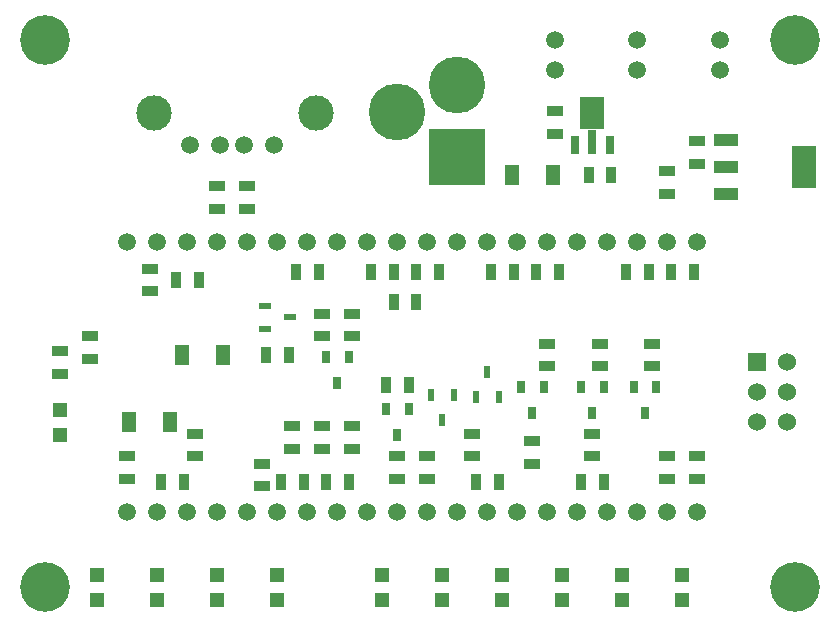
<source format=gts>
G04 (created by PCBNEW (2013-03-31 BZR 4008)-stable) date 15.09.2013 15:25:41*
%MOIN*%
G04 Gerber Fmt 3.4, Leading zero omitted, Abs format*
%FSLAX34Y34*%
G01*
G70*
G90*
G04 APERTURE LIST*
%ADD10C,0.006*%
%ADD11C,0.0591*%
%ADD12C,0.1181*%
%ADD13R,0.08X0.144*%
%ADD14R,0.08X0.04*%
%ADD15R,0.035X0.055*%
%ADD16R,0.055X0.035*%
%ADD17R,0.06X0.06*%
%ADD18C,0.06*%
%ADD19R,0.0472X0.0472*%
%ADD20C,0.189*%
%ADD21R,0.189X0.189*%
%ADD22R,0.0512X0.0669*%
%ADD23R,0.0276X0.063*%
%ADD24R,0.0276X0.0827*%
%ADD25R,0.0787X0.1083*%
%ADD26R,0.0315X0.0394*%
%ADD27R,0.0236X0.0394*%
%ADD28R,0.0394X0.0236*%
%ADD29C,0.0590551*%
%ADD30C,0.1654*%
G04 APERTURE END LIST*
G54D10*
G54D11*
X21600Y-10750D03*
X22600Y-10750D03*
X23400Y-10750D03*
X24400Y-10750D03*
G54D12*
X20400Y-9700D03*
X25800Y-9700D03*
G54D13*
X42050Y-11500D03*
G54D14*
X39450Y-11500D03*
X39450Y-12400D03*
X39450Y-10600D03*
G54D15*
X36125Y-15000D03*
X36875Y-15000D03*
G54D16*
X20250Y-15625D03*
X20250Y-14875D03*
X18250Y-17125D03*
X18250Y-17875D03*
X23500Y-12125D03*
X23500Y-12875D03*
X22500Y-12125D03*
X22500Y-12875D03*
X37500Y-11625D03*
X37500Y-12375D03*
X24000Y-21375D03*
X24000Y-22125D03*
G54D15*
X28375Y-15000D03*
X27625Y-15000D03*
G54D16*
X38500Y-10625D03*
X38500Y-11375D03*
X17250Y-17625D03*
X17250Y-18375D03*
X33750Y-9625D03*
X33750Y-10375D03*
G54D15*
X37625Y-15000D03*
X38375Y-15000D03*
X21125Y-15250D03*
X21875Y-15250D03*
X33125Y-15000D03*
X33875Y-15000D03*
X31625Y-15000D03*
X32375Y-15000D03*
X29125Y-15000D03*
X29875Y-15000D03*
G54D16*
X21750Y-20375D03*
X21750Y-21125D03*
G54D15*
X28375Y-16000D03*
X29125Y-16000D03*
G54D16*
X37500Y-21125D03*
X37500Y-21875D03*
G54D15*
X34625Y-22000D03*
X35375Y-22000D03*
X24875Y-17750D03*
X24125Y-17750D03*
X31875Y-22000D03*
X31125Y-22000D03*
X26875Y-22000D03*
X26125Y-22000D03*
X25375Y-22000D03*
X24625Y-22000D03*
X25125Y-15000D03*
X25875Y-15000D03*
G54D16*
X19500Y-21125D03*
X19500Y-21875D03*
X35000Y-21125D03*
X35000Y-20375D03*
X28500Y-21875D03*
X28500Y-21125D03*
X29500Y-21125D03*
X29500Y-21875D03*
X31000Y-20375D03*
X31000Y-21125D03*
G54D15*
X20625Y-22000D03*
X21375Y-22000D03*
G54D16*
X35250Y-17375D03*
X35250Y-18125D03*
G54D15*
X28125Y-18750D03*
X28875Y-18750D03*
G54D16*
X38500Y-21875D03*
X38500Y-21125D03*
X37000Y-17375D03*
X37000Y-18125D03*
X33000Y-20625D03*
X33000Y-21375D03*
X33500Y-17375D03*
X33500Y-18125D03*
X27000Y-20875D03*
X27000Y-20125D03*
X26000Y-20875D03*
X26000Y-20125D03*
X25000Y-20125D03*
X25000Y-20875D03*
X26000Y-17125D03*
X26000Y-16375D03*
X27000Y-17125D03*
X27000Y-16375D03*
G54D17*
X40500Y-18000D03*
G54D18*
X41500Y-18000D03*
X40500Y-19000D03*
X41500Y-19000D03*
X40500Y-20000D03*
X41500Y-20000D03*
G54D19*
X30000Y-25913D03*
X30000Y-25087D03*
X36000Y-25913D03*
X36000Y-25087D03*
X24500Y-25087D03*
X24500Y-25913D03*
X22500Y-25087D03*
X22500Y-25913D03*
X17250Y-19587D03*
X17250Y-20413D03*
X18500Y-25913D03*
X18500Y-25087D03*
X32000Y-25087D03*
X32000Y-25913D03*
X20500Y-25087D03*
X20500Y-25913D03*
X28000Y-25913D03*
X28000Y-25087D03*
X38000Y-25913D03*
X38000Y-25087D03*
X34000Y-25087D03*
X34000Y-25913D03*
G54D20*
X30500Y-8750D03*
G54D21*
X30500Y-11150D03*
G54D20*
X28500Y-9650D03*
G54D22*
X20939Y-20000D03*
X19561Y-20000D03*
G54D23*
X34409Y-10748D03*
G54D24*
X35000Y-10650D03*
G54D23*
X35591Y-10748D03*
G54D25*
X35000Y-9705D03*
G54D26*
X35000Y-19683D03*
X34625Y-18817D03*
X35375Y-18817D03*
X28500Y-20433D03*
X28125Y-19567D03*
X28875Y-19567D03*
X36750Y-19683D03*
X36375Y-18817D03*
X37125Y-18817D03*
X33000Y-19683D03*
X32625Y-18817D03*
X33375Y-18817D03*
X26500Y-18683D03*
X26125Y-17817D03*
X26875Y-17817D03*
G54D22*
X32311Y-11750D03*
X33689Y-11750D03*
G54D15*
X34875Y-11750D03*
X35625Y-11750D03*
G54D11*
X33750Y-8242D03*
X33750Y-7258D03*
X36500Y-8242D03*
X36500Y-7258D03*
X39250Y-8242D03*
X39250Y-7258D03*
G54D27*
X30375Y-19084D03*
X30000Y-19916D03*
X29625Y-19084D03*
X31125Y-19166D03*
X31500Y-18334D03*
X31875Y-19166D03*
G54D28*
X24084Y-16125D03*
X24916Y-16500D03*
X24084Y-16875D03*
G54D22*
X21311Y-17750D03*
X22689Y-17750D03*
G54D29*
X19500Y-23000D03*
X20500Y-23000D03*
X21500Y-23000D03*
X22500Y-23000D03*
X23500Y-23000D03*
X24500Y-23000D03*
X25500Y-23000D03*
X26500Y-23000D03*
X27500Y-23000D03*
X28500Y-23000D03*
X29500Y-23000D03*
X30500Y-23000D03*
X31500Y-23000D03*
X32500Y-23000D03*
X33500Y-23000D03*
X34500Y-23000D03*
X35500Y-23000D03*
X36500Y-23000D03*
X37500Y-23000D03*
X38500Y-23000D03*
X38500Y-14000D03*
X37500Y-14000D03*
X36500Y-14000D03*
X35500Y-14000D03*
X34500Y-14000D03*
X33500Y-14000D03*
X32500Y-14000D03*
X31500Y-14000D03*
X30500Y-14000D03*
X29500Y-14000D03*
X28500Y-14000D03*
X27500Y-14000D03*
X26500Y-14000D03*
X25500Y-14000D03*
X24500Y-14000D03*
X23500Y-14000D03*
X22500Y-14000D03*
X21500Y-14000D03*
X20500Y-14000D03*
X19500Y-14000D03*
G54D30*
X41750Y-7250D03*
X41750Y-25500D03*
X16750Y-25500D03*
X16750Y-7250D03*
M02*

</source>
